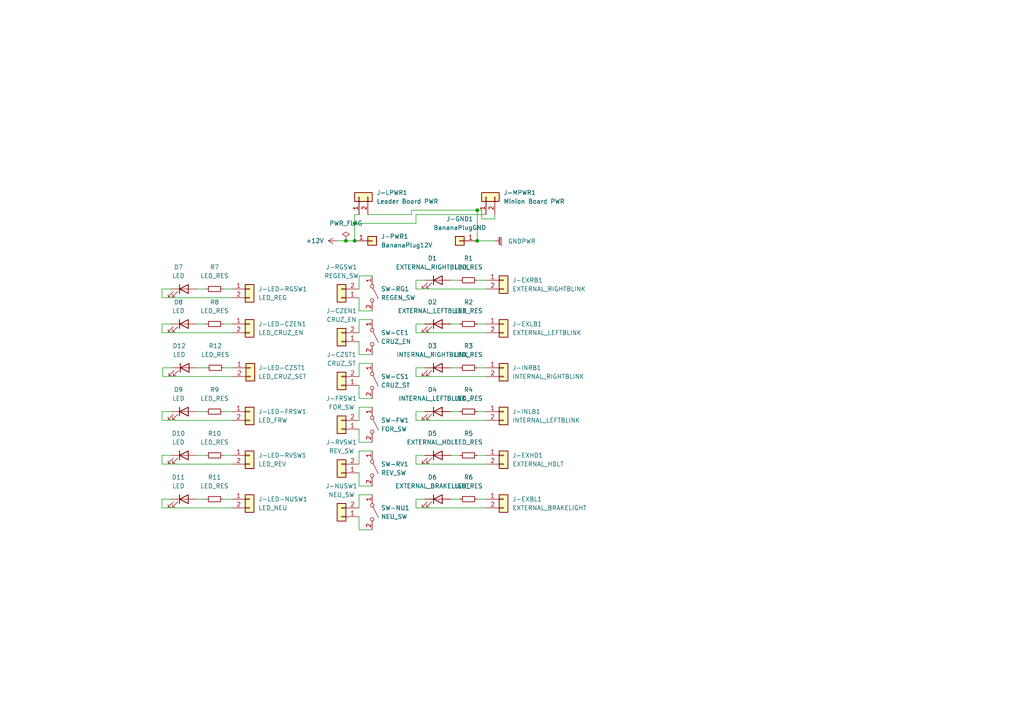
<source format=kicad_sch>
(kicad_sch (version 20211123) (generator eeschema)
  (paper "A4")
  (lib_symbols
    (symbol "Connector_Generic:Conn_01x01" (pin_names (offset 1.016) hide)
      (property "Reference" "J" (at 0 2.54 0))
      (property "Value" "Conn_01x01" (at 0 -2.54 0))
      (symbol "Conn_01x01_1_1"
        (rectangle (start -1.27 0.127) (end 0 -0.127) (stroke (width 0.1524)))
        (rectangle (start -1.27 1.27) (end 1.27 -1.27) (stroke (width 0.254)) (fill (type background)))
        (pin passive line (at -5.08 0 0) (length 3.81) (name "Pin_1") (number "1"))
      )
    )
    (symbol "Connector_Generic:Conn_01x02" (pin_names (offset 1.016) hide)
      (property "Reference" "J" (at 0 2.54 0))
      (property "Value" "Conn_01x02" (at 0 -5.08 0))
      (symbol "Conn_01x02_1_1"
        (rectangle (start -1.27 -2.413) (end 0 -2.667) (stroke (width 0.1524)))
        (rectangle (start -1.27 0.127) (end 0 -0.127) (stroke (width 0.1524)))
        (rectangle (start -1.27 1.27) (end 1.27 -3.81) (stroke (width 0.254)) (fill (type background)))
        (pin passive line (at -5.08 0 0) (length 3.81) (name "Pin_1") (number "1"))
        (pin passive line (at -5.08 -2.54 0) (length 3.81) (name "Pin_2") (number "2"))
      )
    )
    (symbol "Device:LED" (pin_numbers hide) (pin_names (offset 1.016) hide)
      (property "Reference" "D" (at 0 2.54 0))
      (property "Value" "LED" (at 0 -2.54 0))
      (symbol "LED_0_1"
        (polyline (pts (xy -1.27 -1.27) (xy -1.27 1.27)) (stroke (width 0.254)))
        (polyline (pts (xy -1.27 0) (xy 1.27 0)))
        (polyline (pts (xy 1.27 -1.27) (xy 1.27 1.27) (xy -1.27 0) (xy 1.27 -1.27)) (stroke (width 0.254)))
        (polyline (pts (xy -3.048 -0.762) (xy -4.572 -2.286) (xy -3.81 -2.286) (xy -4.572 -2.286) (xy -4.572 -1.524)))
        (polyline (pts (xy -1.778 -0.762) (xy -3.302 -2.286) (xy -2.54 -2.286) (xy -3.302 -2.286) (xy -3.302 -1.524)))
      )
      (symbol "LED_1_1"
        (pin passive line (at -3.81 0 0) (length 2.54) (name "K") (number "1"))
        (pin passive line (at 3.81 0 180) (length 2.54) (name "A") (number "2"))
      )
    )
    (symbol "Device:R_Small" (pin_numbers hide) (pin_names (offset 0.254) hide)
      (property "Reference" "R" (at 0.762 0.508 0))
      (property "Value" "R_Small" (at 0.762 -1.016 0))
      (symbol "R_Small_0_1"
        (rectangle (start -0.762 1.778) (end 0.762 -1.778) (stroke (width 0.2032)))
      )
      (symbol "R_Small_1_1"
        (pin passive line (at 0 2.54 270) (length 0.762) (name "~") (number "1"))
        (pin passive line (at 0 -2.54 90) (length 0.762) (name "~") (number "2"))
      )
    )
    (symbol "Switch:SW_SPST" (pin_names (offset 0) hide)
      (property "Reference" "SW" (at 0 3.175 0))
      (property "Value" "SW_SPST" (at 0 -2.54 0))
      (symbol "SW_SPST_0_0"
        (circle (center -2.032 0) (radius 0.508))
        (polyline (pts (xy -1.524 0.254) (xy 1.524 1.778)))
        (circle (center 2.032 0) (radius 0.508))
      )
      (symbol "SW_SPST_1_1"
        (pin passive line (at -5.08 0 0) (length 2.54) (name "A") (number "1"))
        (pin passive line (at 5.08 0 180) (length 2.54) (name "B") (number "2"))
      )
    )
    (symbol "power:+12V" (power) (pin_names (offset 0))
      (property "Value" "+12V" (at 0 3.556 0))
      (symbol "+12V_0_1"
        (polyline (pts (xy -0.762 1.27) (xy 0 2.54)))
        (polyline (pts (xy 0 0) (xy 0 2.54)))
        (polyline (pts (xy 0 2.54) (xy 0.762 1.27)))
      )
      (symbol "+12V_1_1"
        (pin power_in line (at 0 0 90) (length 0) hide (name "+12V") (number "1"))
      )
    )
    (symbol "power:GNDPWR" (power) (pin_names (offset 0))
      (property "Value" "GNDPWR" (at 0 -3.302 0))
      (symbol "GNDPWR_0_1"
        (polyline (pts (xy 0 -1.27) (xy 0 0)))
        (polyline (pts (xy -1.016 -1.27) (xy -1.27 -2.032) (xy -1.27 -2.032)) (stroke (width 0.2032)))
        (polyline (pts (xy -0.508 -1.27) (xy -0.762 -2.032) (xy -0.762 -2.032)) (stroke (width 0.2032)))
        (polyline (pts (xy 0 -1.27) (xy -0.254 -2.032) (xy -0.254 -2.032)) (stroke (width 0.2032)))
        (polyline (pts (xy 0.508 -1.27) (xy 0.254 -2.032) (xy 0.254 -2.032)) (stroke (width 0.2032)))
        (polyline (pts (xy 1.016 -1.27) (xy -1.016 -1.27) (xy -1.016 -1.27)) (stroke (width 0.2032)))
        (polyline (pts (xy 1.016 -1.27) (xy 0.762 -2.032) (xy 0.762 -2.032) (xy 0.762 -2.032)) (stroke (width 0.2032)))
      )
      (symbol "GNDPWR_1_1"
        (pin power_in line (at 0 0 270) (length 0) hide (name "GNDPWR") (number "1"))
      )
    )
    (symbol "power:PWR_FLAG" (power) (pin_numbers hide) (pin_names (offset 0) hide)
      (property "Value" "PWR_FLAG" (at 0 3.81 0))
      (symbol "PWR_FLAG_0_0"
        (pin power_out line (at 0 0 90) (length 0) (name "pwr") (number "1"))
      )
      (symbol "PWR_FLAG_0_1"
        (polyline (pts (xy 0 0) (xy 0 1.27) (xy -1.016 1.905) (xy 0 2.54) (xy 1.016 1.905) (xy 0 1.27)))
      )
    )
  )
  (junction (at 138.43 60.96))
  (junction (at 100.33 69.85))
  (junction (at 102.87 64.77))
  (junction (at 102.87 69.85))
  (junction (at 138.43 69.85))
  (wire (pts (xy 64.77 119.38) (xy 67.31 119.38)))
  (wire (pts (xy 104.14 90.17) (xy 107.95 90.17)))
  (wire (pts (xy 64.77 144.78) (xy 67.31 144.78)))
  (wire (pts (xy 49.53 93.98) (xy 46.99 93.98)))
  (wire (pts (xy 107.95 143.51) (xy 104.14 143.51)))
  (wire (pts (xy 104.14 118.11) (xy 104.14 121.92)))
  (wire (pts (xy 46.99 134.62) (xy 67.31 134.62)))
  (wire (pts (xy 57.3694 106.68) (xy 59.9094 106.68)))
  (wire (pts (xy 120.65 132.08) (xy 120.65 134.62)))
  (wire (pts (xy 130.81 119.38) (xy 133.35 119.38)))
  (wire (pts (xy 123.19 81.28) (xy 120.65 81.28)))
  (wire (pts (xy 143.51 63.5) (xy 143.51 62.23)))
  (wire (pts (xy 138.43 144.78) (xy 140.97 144.78)))
  (wire (pts (xy 138.43 60.96) (xy 139.7 60.96)))
  (wire (pts (xy 46.99 83.82) (xy 46.99 86.36)))
  (wire (pts (xy 120.65 134.62) (xy 140.97 134.62)))
  (wire (pts (xy 139.7 60.96) (xy 139.7 63.5)))
  (wire (pts (xy 57.15 144.78) (xy 59.69 144.78)))
  (wire (pts (xy 139.7 63.5) (xy 143.51 63.5)))
  (wire (pts (xy 104.14 92.71) (xy 104.14 96.52)))
  (wire (pts (xy 102.87 62.23) (xy 104.14 62.23)))
  (wire (pts (xy 46.99 119.38) (xy 46.99 121.92)))
  (wire (pts (xy 104.14 130.81) (xy 104.14 134.62)))
  (wire (pts (xy 102.87 64.77) (xy 102.87 62.23)))
  (wire (pts (xy 46.99 93.98) (xy 46.99 96.52)))
  (wire (pts (xy 123.19 132.08) (xy 120.65 132.08)))
  (wire (pts (xy 120.65 144.78) (xy 120.65 147.32)))
  (wire (pts (xy 46.99 86.36) (xy 67.31 86.36)))
  (wire (pts (xy 104.14 80.01) (xy 104.14 83.82)))
  (wire (pts (xy 120.65 109.22) (xy 140.97 109.22)))
  (wire (pts (xy 138.43 60.96) (xy 138.43 69.85)))
  (wire (pts (xy 46.99 147.32) (xy 67.31 147.32)))
  (wire (pts (xy 104.14 149.86) (xy 104.14 153.67)))
  (wire (pts (xy 100.33 69.85) (xy 102.87 69.85)))
  (wire (pts (xy 57.15 132.08) (xy 59.69 132.08)))
  (wire (pts (xy 104.14 105.41) (xy 104.14 109.22)))
  (wire (pts (xy 130.81 81.28) (xy 133.35 81.28)))
  (wire (pts (xy 104.14 115.57) (xy 107.95 115.57)))
  (wire (pts (xy 46.99 96.52) (xy 67.31 96.52)))
  (wire (pts (xy 104.14 86.36) (xy 104.14 90.17)))
  (wire (pts (xy 119.38 62.23) (xy 119.38 60.96)))
  (wire (pts (xy 120.65 121.92) (xy 140.97 121.92)))
  (wire (pts (xy 46.99 132.08) (xy 46.99 134.62)))
  (wire (pts (xy 120.65 62.23) (xy 120.65 64.77)))
  (wire (pts (xy 104.14 128.27) (xy 107.95 128.27)))
  (wire (pts (xy 107.95 130.81) (xy 104.14 130.81)))
  (wire (pts (xy 47.2094 106.68) (xy 47.2094 109.22)))
  (wire (pts (xy 120.65 83.82) (xy 140.97 83.82)))
  (wire (pts (xy 49.7494 106.68) (xy 47.2094 106.68)))
  (wire (pts (xy 106.68 62.23) (xy 119.38 62.23)))
  (wire (pts (xy 138.43 132.08) (xy 140.97 132.08)))
  (wire (pts (xy 104.14 140.97) (xy 107.95 140.97)))
  (wire (pts (xy 104.14 102.87) (xy 107.95 102.87)))
  (wire (pts (xy 130.81 144.78) (xy 133.35 144.78)))
  (wire (pts (xy 107.95 92.71) (xy 104.14 92.71)))
  (wire (pts (xy 104.14 111.76) (xy 104.14 115.57)))
  (wire (pts (xy 138.43 81.28) (xy 140.97 81.28)))
  (wire (pts (xy 130.81 132.08) (xy 133.35 132.08)))
  (wire (pts (xy 104.14 153.67) (xy 107.95 153.67)))
  (wire (pts (xy 138.43 93.98) (xy 140.97 93.98)))
  (wire (pts (xy 120.65 119.38) (xy 120.65 121.92)))
  (wire (pts (xy 104.14 137.16) (xy 104.14 140.97)))
  (wire (pts (xy 107.95 118.11) (xy 104.14 118.11)))
  (wire (pts (xy 120.65 106.68) (xy 120.65 109.22)))
  (wire (pts (xy 104.14 143.51) (xy 104.14 147.32)))
  (wire (pts (xy 123.19 93.98) (xy 120.65 93.98)))
  (wire (pts (xy 123.19 106.68) (xy 120.65 106.68)))
  (wire (pts (xy 49.53 119.38) (xy 46.99 119.38)))
  (wire (pts (xy 120.65 147.32) (xy 140.97 147.32)))
  (wire (pts (xy 49.53 83.82) (xy 46.99 83.82)))
  (wire (pts (xy 64.77 83.82) (xy 67.31 83.82)))
  (wire (pts (xy 138.43 106.68) (xy 140.97 106.68)))
  (wire (pts (xy 123.19 119.38) (xy 120.65 119.38)))
  (wire (pts (xy 138.43 69.85) (xy 143.51 69.85)))
  (wire (pts (xy 140.97 62.23) (xy 120.65 62.23)))
  (wire (pts (xy 120.65 81.28) (xy 120.65 83.82)))
  (wire (pts (xy 104.14 124.46) (xy 104.14 128.27)))
  (wire (pts (xy 107.95 105.41) (xy 104.14 105.41)))
  (wire (pts (xy 102.87 64.77) (xy 120.65 64.77)))
  (wire (pts (xy 49.53 144.78) (xy 46.99 144.78)))
  (wire (pts (xy 64.77 93.98) (xy 67.31 93.98)))
  (wire (pts (xy 104.14 99.06) (xy 104.14 102.87)))
  (wire (pts (xy 130.81 93.98) (xy 133.35 93.98)))
  (wire (pts (xy 123.19 144.78) (xy 120.65 144.78)))
  (wire (pts (xy 97.79 69.85) (xy 100.33 69.85)))
  (wire (pts (xy 64.77 132.08) (xy 67.31 132.08)))
  (wire (pts (xy 138.43 119.38) (xy 140.97 119.38)))
  (wire (pts (xy 57.15 119.38) (xy 59.69 119.38)))
  (wire (pts (xy 64.9894 106.68) (xy 67.5294 106.68)))
  (wire (pts (xy 107.95 80.01) (xy 104.14 80.01)))
  (wire (pts (xy 120.65 96.52) (xy 140.97 96.52)))
  (wire (pts (xy 57.15 93.98) (xy 59.69 93.98)))
  (wire (pts (xy 46.99 144.78) (xy 46.99 147.32)))
  (wire (pts (xy 46.99 121.92) (xy 67.31 121.92)))
  (wire (pts (xy 57.15 83.82) (xy 59.69 83.82)))
  (wire (pts (xy 47.2094 109.22) (xy 67.5294 109.22)))
  (wire (pts (xy 49.53 132.08) (xy 46.99 132.08)))
  (wire (pts (xy 102.87 69.85) (xy 102.87 64.77)))
  (wire (pts (xy 130.81 106.68) (xy 133.35 106.68)))
  (wire (pts (xy 120.65 93.98) (xy 120.65 96.52)))
  (wire (pts (xy 119.38 60.96) (xy 138.43 60.96)))
  (symbol (lib_id "Connector_Generic:Conn_01x02") (at 99.06 86.36 180) (unit 1)
    (property "Reference" "J-RGSW1" (at 99.06 77.47 0))
    (property "Value" "REGEN_SW" (at 99.06 80.01 0))
    (property "Footprint" "UTSVT_Connectors:Molex_MicroFit3.0_1x2xP3.00mm_PolarizingPeg_Vertical" (effects hide))
  )
  (symbol (lib_id "Device:LED") (at 53.34 132.08 0) (unit 1)
    (property "Reference" "D10" (at 51.7525 125.73 0))
    (property "Value" "LED" (at 51.7525 128.27 0))
    (property "Footprint" "Diode_SMD:D_0805_2012Metric" (effects hide))
  )
  (symbol (lib_id "Connector_Generic:Conn_01x02") (at 72.39 83.82 0) (unit 1)
    (property "Reference" "J-LED-RGSW1" (at 74.93 83.8199 0) (effects (justify left)))
    (property "Value" "LED_REG" (at 74.93 86.3599 0) (effects (justify left)))
    (property "Footprint" "UTSVT_Connectors:Molex_MicroFit3.0_1x2xP3.00mm_PolarizingPeg_Vertical" (effects hide))
  )
  (symbol (lib_id "Switch:SW_SPST") (at 107.95 148.59 270) (unit 1)
    (property "Reference" "SW-NU1" (at 110.49 147.3199 90) (effects (justify left)))
    (property "Value" "NEU_SW" (at 110.49 149.8599 90) (effects (justify left)))
    (property "Footprint" "UTSVT_Special:2MS6T1B3M2QES" (effects hide))
  )
  (symbol (lib_id "Connector_Generic:Conn_01x02") (at 72.39 132.08 0) (unit 1)
    (property "Reference" "J-LED-RVSW1" (at 74.93 132.0799 0) (effects (justify left)))
    (property "Value" "LED_REV" (at 74.93 134.6199 0) (effects (justify left)))
    (property "Footprint" "UTSVT_Connectors:Molex_MicroFit3.0_1x2xP3.00mm_PolarizingPeg_Vertical" (effects hide))
  )
  (symbol (lib_id "Connector_Generic:Conn_01x02") (at 104.14 57.15 90) (unit 1)
    (property "Reference" "J-LPWR1" (at 109.22 55.8799 90) (effects (justify right)))
    (property "Value" "Leader Board PWR" (at 109.22 58.4199 90) (effects (justify right)))
    (property "Footprint" "UTSVT_Connectors:Molex_MicroFit3.0_1x2xP3.00mm_PolarizingPeg_Vertical" (effects hide))
  )
  (symbol (lib_id "Device:R_Small") (at 135.89 81.28 270) (unit 1)
    (property "Reference" "R1" (at 135.89 74.93 90))
    (property "Value" "LED_RES" (at 135.89 77.47 90))
    (property "Footprint" "Resistor_SMD:R_0805_2012Metric" (effects hide))
  )
  (symbol (lib_id "Connector_Generic:Conn_01x02") (at 72.39 119.38 0) (unit 1)
    (property "Reference" "J-LED-FRSW1" (at 74.93 119.3799 0) (effects (justify left)))
    (property "Value" "LED_FRW" (at 74.93 121.9199 0) (effects (justify left)))
    (property "Footprint" "UTSVT_Connectors:Molex_MicroFit3.0_1x2xP3.00mm_PolarizingPeg_Vertical" (effects hide))
  )
  (symbol (lib_id "Switch:SW_SPST") (at 107.95 85.09 270) (unit 1)
    (property "Reference" "SW-RG1" (at 110.49 83.8199 90) (effects (justify left)))
    (property "Value" "REGEN_SW" (at 110.49 86.3599 90) (effects (justify left)))
    (property "Footprint" "UTSVT_Special:2MS6T1B3M2QES" (effects hide))
  )
  (symbol (lib_id "Device:R_Small") (at 135.89 106.68 270) (unit 1)
    (property "Reference" "R3" (at 135.89 100.33 90))
    (property "Value" "LED_RES" (at 135.89 102.87 90))
    (property "Footprint" "Resistor_SMD:R_0805_2012Metric" (effects hide))
  )
  (symbol (lib_id "Device:R_Small") (at 62.23 144.78 270) (unit 1)
    (property "Reference" "R11" (at 62.23 138.43 90))
    (property "Value" "LED_RES" (at 62.23 140.97 90))
    (property "Footprint" "Resistor_SMD:R_0805_2012Metric" (effects hide))
  )
  (symbol (lib_id "Connector_Generic:Conn_01x02") (at 140.97 57.15 90) (unit 1)
    (property "Reference" "J-MPWR1" (at 146.05 55.8799 90) (effects (justify right)))
    (property "Value" "Minion Board PWR" (at 146.05 58.4199 90) (effects (justify right)))
    (property "Footprint" "UTSVT_Connectors:Molex_MicroFit3.0_1x2xP3.00mm_PolarizingPeg_Vertical" (effects hide))
  )
  (symbol (lib_id "Device:R_Small") (at 62.23 93.98 270) (unit 1)
    (property "Reference" "R8" (at 62.23 87.63 90))
    (property "Value" "LED_RES" (at 62.23 90.17 90))
    (property "Footprint" "Resistor_SMD:R_0805_2012Metric" (effects hide))
  )
  (symbol (lib_id "Connector_Generic:Conn_01x01") (at 107.95 69.85 0) (unit 1)
    (property "Reference" "J-PWR1" (at 110.49 68.5799 0) (effects (justify left)))
    (property "Value" "BananaPlug12V" (at 110.49 71.1199 0) (effects (justify left)))
    (property "Footprint" "UTSVT_Connectors:Banana_Jack_1_Pin_4mm" (effects hide))
  )
  (symbol (lib_id "Device:LED") (at 127 132.08 0) (unit 1)
    (property "Reference" "D5" (at 125.4125 125.73 0))
    (property "Value" "EXTERNAL_HDLT" (at 125.4125 128.27 0))
    (property "Footprint" "Diode_SMD:D_0805_2012Metric" (effects hide))
  )
  (symbol (lib_id "Device:R_Small") (at 62.23 132.08 270) (unit 1)
    (property "Reference" "R10" (at 62.23 125.73 90))
    (property "Value" "LED_RES" (at 62.23 128.27 90))
    (property "Footprint" "Resistor_SMD:R_0805_2012Metric" (effects hide))
  )
  (symbol (lib_id "Connector_Generic:Conn_01x02") (at 99.06 137.16 180) (unit 1)
    (property "Reference" "J-RVSW1" (at 99.06 128.27 0))
    (property "Value" "REV_SW" (at 99.06 130.81 0))
    (property "Footprint" "UTSVT_Connectors:Molex_MicroFit3.0_1x2xP3.00mm_PolarizingPeg_Vertical" (effects hide))
  )
  (symbol (lib_id "Connector_Generic:Conn_01x02") (at 72.39 93.98 0) (unit 1)
    (property "Reference" "J-LED-CZEN1" (at 74.93 93.9799 0) (effects (justify left)))
    (property "Value" "LED_CRUZ_EN" (at 74.93 96.5199 0) (effects (justify left)))
    (property "Footprint" "UTSVT_Connectors:Molex_MicroFit3.0_1x2xP3.00mm_PolarizingPeg_Vertical" (effects hide))
  )
  (symbol (lib_id "Connector_Generic:Conn_01x02") (at 99.06 99.06 180) (unit 1)
    (property "Reference" "J-CZEN1" (at 99.06 90.17 0))
    (property "Value" "CRUZ_EN" (at 99.06 92.71 0))
    (property "Footprint" "UTSVT_Connectors:Molex_MicroFit3.0_1x2xP3.00mm_PolarizingPeg_Vertical" (effects hide))
  )
  (symbol (lib_id "Device:R_Small") (at 135.89 119.38 270) (unit 1)
    (property "Reference" "R4" (at 135.89 113.03 90))
    (property "Value" "LED_RES" (at 135.89 115.57 90))
    (property "Footprint" "Resistor_SMD:R_0805_2012Metric" (effects hide))
  )
  (symbol (lib_id "Device:LED") (at 127 93.98 0) (unit 1)
    (property "Reference" "D2" (at 125.4125 87.63 0))
    (property "Value" "EXTERNAL_LEFTBLINK" (at 125.4125 90.17 0))
    (property "Footprint" "Diode_SMD:D_0805_2012Metric" (effects hide))
  )
  (symbol (lib_id "Device:LED") (at 127 119.38 0) (unit 1)
    (property "Reference" "D4" (at 125.4125 113.03 0))
    (property "Value" "INTERNAL_LEFTBLINK" (at 125.4125 115.57 0))
    (property "Footprint" "Diode_SMD:D_0805_2012Metric" (effects hide))
  )
  (symbol (lib_id "Device:LED") (at 127 144.78 0) (unit 1)
    (property "Reference" "D6" (at 125.4125 138.43 0))
    (property "Value" "EXTERNAL_BRAKELIGHT" (at 125.4125 140.97 0))
    (property "Footprint" "Diode_SMD:D_0805_2012Metric" (effects hide))
  )
  (symbol (lib_id "Device:LED") (at 127 81.28 0) (unit 1)
    (property "Reference" "D1" (at 125.4125 74.93 0))
    (property "Value" "EXTERNAL_RIGHTBLINK" (at 125.4125 77.47 0))
    (property "Footprint" "Diode_SMD:D_0805_2012Metric" (effects hide))
  )
  (symbol (lib_id "Connector_Generic:Conn_01x02") (at 146.05 119.38 0) (unit 1)
    (property "Reference" "J-INLB1" (at 148.59 119.3799 0) (effects (justify left)))
    (property "Value" "INTERNAL_LEFTBLINK" (at 148.59 121.9199 0) (effects (justify left)))
    (property "Footprint" "UTSVT_Connectors:Molex_MicroFit3.0_1x2xP3.00mm_PolarizingPeg_Vertical" (effects hide))
  )
  (symbol (lib_id "power:+12V") (at 97.79 69.85 90) (unit 1)
    (property "Reference" "#PWR0102" (effects hide))
    (property "Value" "+12V" (at 93.98 69.8499 90) (effects (justify left)))
  )
  (symbol (lib_id "Connector_Generic:Conn_01x02") (at 146.05 132.08 0) (unit 1)
    (property "Reference" "J-EXHD1" (at 148.59 132.0799 0) (effects (justify left)))
    (property "Value" "EXTERNAL_HDLT" (at 148.59 134.6199 0) (effects (justify left)))
    (property "Footprint" "UTSVT_Connectors:Molex_MicroFit3.0_1x2xP3.00mm_PolarizingPeg_Vertical" (effects hide))
  )
  (symbol (lib_id "Device:R_Small") (at 62.4494 106.68 270) (unit 1)
    (property "Reference" "R12" (at 62.4494 100.33 90))
    (property "Value" "LED_RES" (at 62.4494 102.87 90))
    (property "Footprint" "Resistor_SMD:R_0805_2012Metric" (effects hide))
  )
  (symbol (lib_id "Device:LED") (at 53.34 119.38 0) (unit 1)
    (property "Reference" "D9" (at 51.7525 113.03 0))
    (property "Value" "LED" (at 51.7525 115.57 0))
    (property "Footprint" "Diode_SMD:D_0805_2012Metric" (effects hide))
  )
  (symbol (lib_id "Connector_Generic:Conn_01x02") (at 72.39 144.78 0) (unit 1)
    (property "Reference" "J-LED-NUSW1" (at 74.93 144.7799 0) (effects (justify left)))
    (property "Value" "LED_NEU" (at 74.93 147.3199 0) (effects (justify left)))
    (property "Footprint" "UTSVT_Connectors:Molex_MicroFit3.0_1x2xP3.00mm_PolarizingPeg_Vertical" (effects hide))
  )
  (symbol (lib_id "Device:LED") (at 53.5594 106.68 0) (unit 1)
    (property "Reference" "D12" (at 51.9719 100.33 0))
    (property "Value" "LED" (at 51.9719 102.87 0))
    (property "Footprint" "Diode_SMD:D_0805_2012Metric" (effects hide))
  )
  (symbol (lib_id "power:PWR_FLAG") (at 100.33 69.85 0) (unit 1)
    (property "Reference" "#FLG0101" (effects hide))
    (property "Value" "PWR_FLAG" (at 100.33 64.77 0))
  )
  (symbol (lib_id "Device:R_Small") (at 135.89 144.78 270) (unit 1)
    (property "Reference" "R6" (at 135.89 138.43 90))
    (property "Value" "LED_RES" (at 135.89 140.97 90))
    (property "Footprint" "Resistor_SMD:R_0805_2012Metric" (effects hide))
  )
  (symbol (lib_id "Connector_Generic:Conn_01x02") (at 99.06 124.46 180) (unit 1)
    (property "Reference" "J-FRSW1" (at 99.06 115.57 0))
    (property "Value" "FOR_SW" (at 99.06 118.11 0))
    (property "Footprint" "UTSVT_Connectors:Molex_MicroFit3.0_1x2xP3.00mm_PolarizingPeg_Vertical" (effects hide))
  )
  (symbol (lib_id "Switch:SW_SPST") (at 107.95 123.19 270) (unit 1)
    (property "Reference" "SW-FW1" (at 110.49 121.9199 90) (effects (justify left)))
    (property "Value" "FOR_SW" (at 110.49 124.4599 90) (effects (justify left)))
    (property "Footprint" "UTSVT_Special:2MS6T1B3M2QES" (effects hide))
  )
  (symbol (lib_id "Device:R_Small") (at 135.89 132.08 270) (unit 1)
    (property "Reference" "R5" (at 135.89 125.73 90))
    (property "Value" "LED_RES" (at 135.89 128.27 90))
    (property "Footprint" "Resistor_SMD:R_0805_2012Metric" (effects hide))
  )
  (symbol (lib_id "Switch:SW_SPST") (at 107.95 97.79 270) (unit 1)
    (property "Reference" "SW-CE1" (at 110.49 96.5199 90) (effects (justify left)))
    (property "Value" "CRUZ_EN" (at 110.49 99.0599 90) (effects (justify left)))
    (property "Footprint" "UTSVT_Special:2MS6T1B3M2QES" (effects hide))
  )
  (symbol (lib_id "Connector_Generic:Conn_01x02") (at 99.06 111.76 180) (unit 1)
    (property "Reference" "J-CZST1" (at 99.06 102.87 0))
    (property "Value" "CRUZ_ST" (at 99.06 105.41 0))
    (property "Footprint" "UTSVT_Connectors:Molex_MicroFit3.0_1x2xP3.00mm_PolarizingPeg_Vertical" (effects hide))
  )
  (symbol (lib_id "Connector_Generic:Conn_01x02") (at 72.6094 106.68 0) (unit 1)
    (property "Reference" "J-LED-CZST1" (at 74.93 106.6799 0) (effects (justify left)))
    (property "Value" "LED_CRUZ_SET" (at 74.93 109.2199 0) (effects (justify left)))
    (property "Footprint" "UTSVT_Connectors:Molex_MicroFit3.0_1x2xP3.00mm_PolarizingPeg_Vertical" (effects hide))
  )
  (symbol (lib_id "Device:LED") (at 53.34 144.78 0) (unit 1)
    (property "Reference" "D11" (at 51.7525 138.43 0))
    (property "Value" "LED" (at 51.7525 140.97 0))
    (property "Footprint" "Diode_SMD:D_0805_2012Metric" (effects hide))
  )
  (symbol (lib_id "Connector_Generic:Conn_01x01") (at 133.35 69.85 180) (unit 1)
    (property "Reference" "J-GND1" (at 133.35 63.5 0))
    (property "Value" "BananaPlugGND" (at 133.35 66.04 0))
    (property "Footprint" "UTSVT_Connectors:Banana_Jack_1_Pin_4mm" (effects hide))
  )
  (symbol (lib_id "Device:LED") (at 53.34 83.82 0) (unit 1)
    (property "Reference" "D7" (at 51.7525 77.47 0))
    (property "Value" "LED" (at 51.7525 80.01 0))
    (property "Footprint" "Diode_SMD:D_0805_2012Metric" (effects hide))
  )
  (symbol (lib_id "Device:LED") (at 127 106.68 0) (unit 1)
    (property "Reference" "D3" (at 125.4125 100.33 0))
    (property "Value" "INTERNAL_RIGHTBLINK" (at 125.4125 102.87 0))
    (property "Footprint" "Diode_SMD:D_0805_2012Metric" (effects hide))
  )
  (symbol (lib_id "Device:R_Small") (at 135.89 93.98 270) (unit 1)
    (property "Reference" "R2" (at 135.89 87.63 90))
    (property "Value" "LED_RES" (at 135.89 90.17 90))
    (property "Footprint" "Resistor_SMD:R_0805_2012Metric" (effects hide))
  )
  (symbol (lib_id "Connector_Generic:Conn_01x02") (at 99.06 149.86 180) (unit 1)
    (property "Reference" "J-NUSW1" (at 99.06 140.97 0))
    (property "Value" "NEU_SW" (at 99.06 143.51 0))
    (property "Footprint" "UTSVT_Connectors:Molex_MicroFit3.0_1x2xP3.00mm_PolarizingPeg_Vertical" (effects hide))
  )
  (symbol (lib_id "Switch:SW_SPST") (at 107.95 135.89 270) (unit 1)
    (property "Reference" "SW-RV1" (at 110.49 134.6199 90) (effects (justify left)))
    (property "Value" "REV_SW" (at 110.49 137.1599 90) (effects (justify left)))
    (property "Footprint" "UTSVT_Special:2MS6T1B3M2QES" (effects hide))
  )
  (symbol (lib_id "Device:R_Small") (at 62.23 119.38 270) (unit 1)
    (property "Reference" "R9" (at 62.23 113.03 90))
    (property "Value" "LED_RES" (at 62.23 115.57 90))
    (property "Footprint" "Resistor_SMD:R_0805_2012Metric" (effects hide))
  )
  (symbol (lib_id "Connector_Generic:Conn_01x02") (at 146.05 93.98 0) (unit 1)
    (property "Reference" "J-EXLB1" (at 148.59 93.9799 0) (effects (justify left)))
    (property "Value" "EXTERNAL_LEFTBLINK" (at 148.59 96.5199 0) (effects (justify left)))
    (property "Footprint" "UTSVT_Connectors:Molex_MicroFit3.0_1x2xP3.00mm_PolarizingPeg_Vertical" (effects hide))
  )
  (symbol (lib_id "Device:R_Small") (at 62.23 83.82 270) (unit 1)
    (property "Reference" "R7" (at 62.23 77.47 90))
    (property "Value" "LED_RES" (at 62.23 80.01 90))
    (property "Footprint" "Resistor_SMD:R_0805_2012Metric" (effects hide))
  )
  (symbol (lib_id "Switch:SW_SPST") (at 107.95 110.49 270) (unit 1)
    (property "Reference" "SW-CS1" (at 110.49 109.2199 90) (effects (justify left)))
    (property "Value" "CRUZ_ST" (at 110.49 111.7599 90) (effects (justify left)))
    (property "Footprint" "UTSVT_Special:2MS6T1B3M2QES" (effects hide))
  )
  (symbol (lib_id "power:GNDPWR") (at 143.51 69.85 90) (unit 1)
    (property "Reference" "#PWR0101" (effects hide))
    (property "Value" "GNDPWR" (at 147.32 69.9769 90) (effects (justify right)))
  )
  (symbol (lib_id "Connector_Generic:Conn_01x02") (at 146.05 144.78 0) (unit 1)
    (property "Reference" "J-EXBL1" (at 148.59 144.7799 0) (effects (justify left)))
    (property "Value" "EXTERNAL_BRAKELIGHT" (at 148.59 147.3199 0) (effects (justify left)))
    (property "Footprint" "UTSVT_Connectors:Molex_MicroFit3.0_1x2xP3.00mm_PolarizingPeg_Vertical" (effects hide))
  )
  (symbol (lib_id "Connector_Generic:Conn_01x02") (at 146.05 81.28 0) (unit 1)
    (property "Reference" "J-EXRB1" (at 148.59 81.2799 0) (effects (justify left)))
    (property "Value" "EXTERNAL_RIGHTBLINK" (at 148.59 83.8199 0) (effects (justify left)))
    (property "Footprint" "UTSVT_Connectors:Molex_MicroFit3.0_1x2xP3.00mm_PolarizingPeg_Vertical" (effects hide))
  )
  (symbol (lib_id "Device:LED") (at 53.34 93.98 0) (unit 1)
    (property "Reference" "D8" (at 51.7525 87.63 0))
    (property "Value" "LED" (at 51.7525 90.17 0))
    (property "Footprint" "Diode_SMD:D_0805_2012Metric" (effects hide))
  )
  (symbol (lib_id "Connector_Generic:Conn_01x02") (at 146.05 106.68 0) (unit 1)
    (property "Reference" "J-INRB1" (at 148.59 106.6799 0) (effects (justify left)))
    (property "Value" "INTERNAL_RIGHTBLINK" (at 148.59 109.2199 0) (effects (justify left)))
    (property "Footprint" "UTSVT_Connectors:Molex_MicroFit3.0_1x2xP3.00mm_PolarizingPeg_Vertical" (effects hide))
  )
)
</source>
